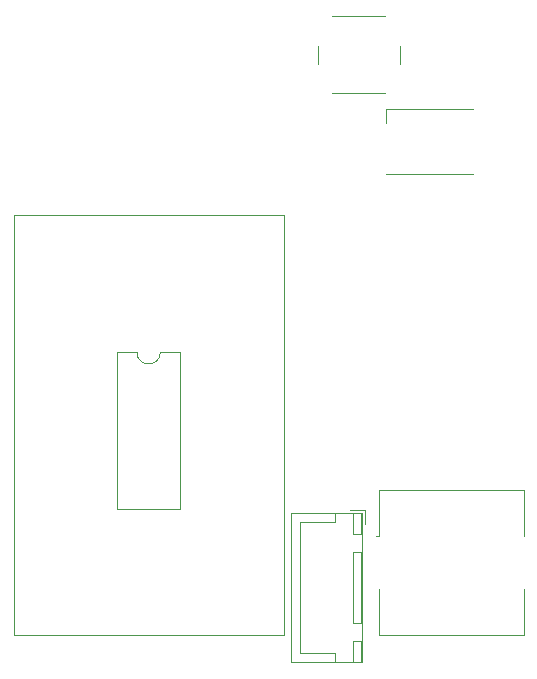
<source format=gbr>
%TF.GenerationSoftware,KiCad,Pcbnew,7.0.11*%
%TF.CreationDate,2025-01-20T01:56:26+09:00*%
%TF.ProjectId,Main,4d61696e-2e6b-4696-9361-645f70636258,rev?*%
%TF.SameCoordinates,Original*%
%TF.FileFunction,Legend,Top*%
%TF.FilePolarity,Positive*%
%FSLAX46Y46*%
G04 Gerber Fmt 4.6, Leading zero omitted, Abs format (unit mm)*
G04 Created by KiCad (PCBNEW 7.0.11) date 2025-01-20 01:56:26*
%MOMM*%
%LPD*%
G01*
G04 APERTURE LIST*
%ADD10C,0.120000*%
G04 APERTURE END LIST*
D10*
%TO.C,SW3*%
X173710000Y-70520000D02*
X173710000Y-69020000D01*
X172460000Y-66520000D02*
X167960000Y-66520000D01*
X167960000Y-73020000D02*
X172460000Y-73020000D01*
X166710000Y-69020000D02*
X166710000Y-70520000D01*
%TO.C,J21*%
X170725000Y-108280000D02*
X169475000Y-108280000D01*
X170435000Y-108570000D02*
X164465000Y-108570000D01*
X164465000Y-108570000D02*
X164465000Y-121190000D01*
X170425000Y-108580000D02*
X169675000Y-108580000D01*
X169675000Y-108580000D02*
X169675000Y-110380000D01*
X168175000Y-108580000D02*
X168175000Y-109330000D01*
X168175000Y-109330000D02*
X165225000Y-109330000D01*
X165225000Y-109330000D02*
X165225000Y-114880000D01*
X170725000Y-109530000D02*
X170725000Y-108280000D01*
X170425000Y-110380000D02*
X170425000Y-108580000D01*
X169675000Y-110380000D02*
X170425000Y-110380000D01*
X170425000Y-111880000D02*
X169675000Y-111880000D01*
X169675000Y-111880000D02*
X169675000Y-117880000D01*
X170425000Y-117880000D02*
X170425000Y-111880000D01*
X169675000Y-117880000D02*
X170425000Y-117880000D01*
X170425000Y-119380000D02*
X169675000Y-119380000D01*
X169675000Y-119380000D02*
X169675000Y-121180000D01*
X168175000Y-120430000D02*
X165225000Y-120430000D01*
X165225000Y-120430000D02*
X165225000Y-114880000D01*
X170425000Y-121180000D02*
X170425000Y-119380000D01*
X169675000Y-121180000D02*
X170425000Y-121180000D01*
X168175000Y-121180000D02*
X168175000Y-120430000D01*
X170435000Y-121190000D02*
X170435000Y-108570000D01*
X164465000Y-121190000D02*
X170435000Y-121190000D01*
%TO.C,BZ1*%
X171934000Y-106656000D02*
X184174000Y-106656000D01*
X171934000Y-110516000D02*
X171634000Y-110516000D01*
X171934000Y-110516000D02*
X171934000Y-106656000D01*
X171934000Y-118896000D02*
X171934000Y-115036000D01*
X184174000Y-106656000D02*
X184174000Y-110516000D01*
X184174000Y-115036000D02*
X184174000Y-118896000D01*
X184174000Y-118896000D02*
X171934000Y-118896000D01*
%TO.C,U6*%
X149755000Y-94935000D02*
X149755000Y-108265000D01*
X149755000Y-108265000D02*
X155055000Y-108265000D01*
X151405000Y-94935000D02*
X149755000Y-94935000D01*
X155055000Y-94935000D02*
X153405000Y-94935000D01*
X155055000Y-108265000D02*
X155055000Y-94935000D01*
X151405000Y-94935000D02*
G75*
G03*
X153405000Y-94935000I1000000J0D01*
G01*
%TO.C,D1*%
X179840000Y-79880000D02*
X172540000Y-79880000D01*
X179840000Y-74380000D02*
X172540000Y-74380000D01*
X172540000Y-74380000D02*
X172540000Y-75530000D01*
%TO.C,U5*%
X163830000Y-118920000D02*
X163830000Y-83360000D01*
X163830000Y-83360000D02*
X140970000Y-83360000D01*
X140970000Y-118920000D02*
X163830000Y-118920000D01*
X140970000Y-83360000D02*
X140970000Y-118920000D01*
%TD*%
M02*

</source>
